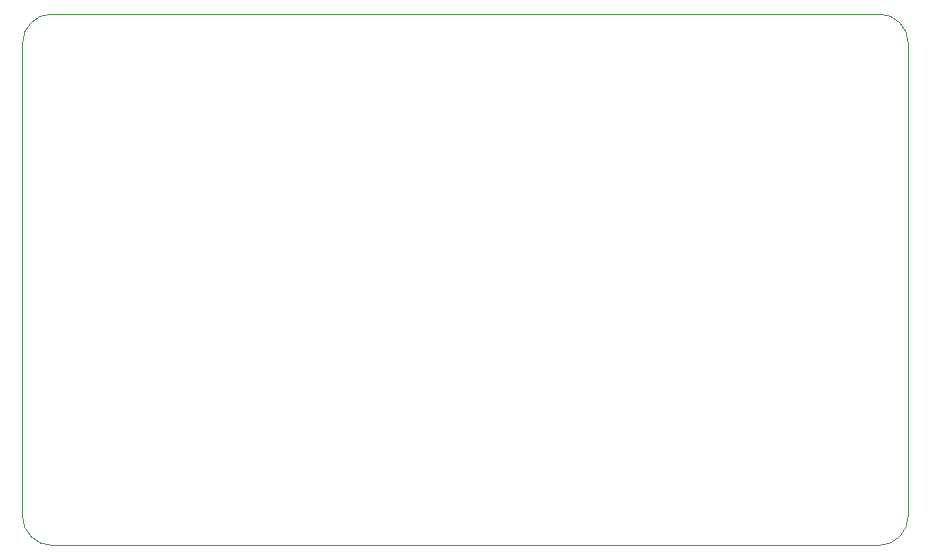
<source format=gbr>
%TF.GenerationSoftware,KiCad,Pcbnew,8.0.0*%
%TF.CreationDate,2024-05-08T00:57:59+10:00*%
%TF.ProjectId,PlantPulse_Node,506c616e-7450-4756-9c73-655f4e6f6465,rev?*%
%TF.SameCoordinates,Original*%
%TF.FileFunction,Profile,NP*%
%FSLAX46Y46*%
G04 Gerber Fmt 4.6, Leading zero omitted, Abs format (unit mm)*
G04 Created by KiCad (PCBNEW 8.0.0) date 2024-05-08 00:57:59*
%MOMM*%
%LPD*%
G01*
G04 APERTURE LIST*
%TA.AperFunction,Profile*%
%ADD10C,0.050000*%
%TD*%
G04 APERTURE END LIST*
D10*
X32750000Y-105000000D02*
G75*
G02*
X30250000Y-102500000I0J2500000D01*
G01*
X30250000Y-62500000D02*
X30250000Y-102500000D01*
X30250000Y-62500000D02*
G75*
G02*
X32750000Y-60000000I2500000J0D01*
G01*
X105250000Y-102500000D02*
X105250000Y-62500000D01*
X102750000Y-60000000D02*
G75*
G02*
X105250000Y-62500000I0J-2500000D01*
G01*
X102750000Y-60000000D02*
X32750000Y-60000000D01*
X32750000Y-105000000D02*
X102750000Y-105000000D01*
X105250000Y-102500000D02*
G75*
G02*
X102750000Y-105000000I-2500000J0D01*
G01*
M02*

</source>
